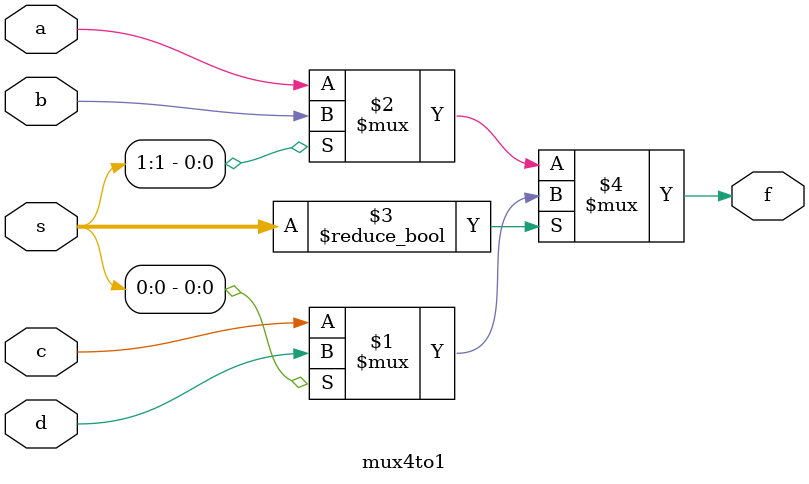
<source format=v>
module mux4to1(a,b,c,d,s,f); 

input a,b,c,d;
input [1:0] s; 

output f ; 

assign f = s ?(s[0]?d:c):(s[1]?b:a);

endmodule  
</source>
